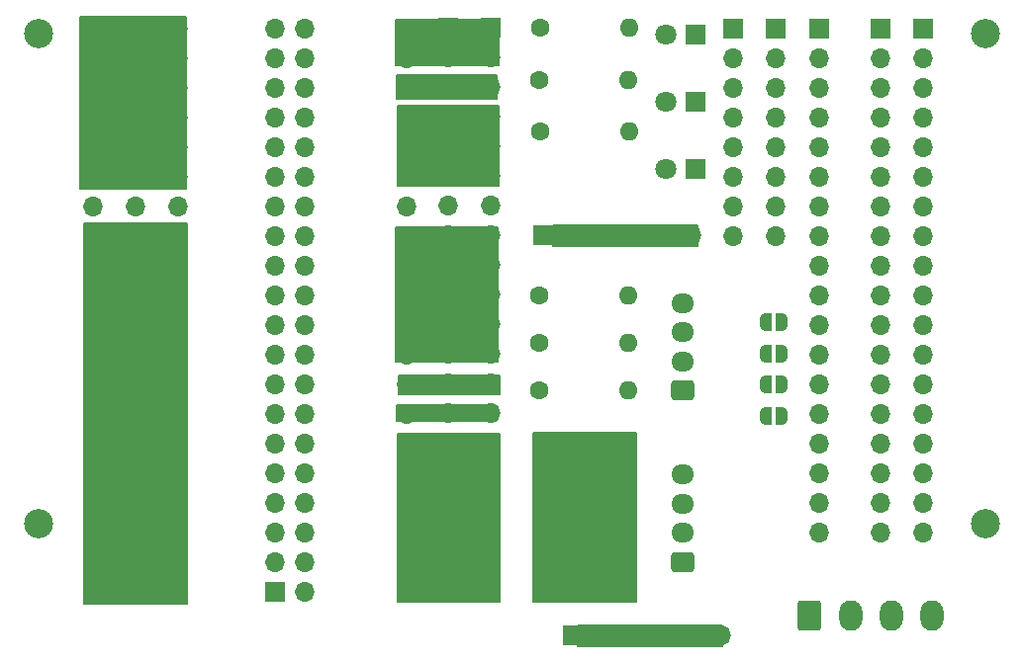
<source format=gts>
%TF.GenerationSoftware,KiCad,Pcbnew,7.0.5-0*%
%TF.CreationDate,2023-10-05T01:26:47-07:00*%
%TF.ProjectId,FONA_pi,464f4e41-5f70-4692-9e6b-696361645f70,rev?*%
%TF.SameCoordinates,Original*%
%TF.FileFunction,Soldermask,Top*%
%TF.FilePolarity,Negative*%
%FSLAX46Y46*%
G04 Gerber Fmt 4.6, Leading zero omitted, Abs format (unit mm)*
G04 Created by KiCad (PCBNEW 7.0.5-0) date 2023-10-05 01:26:47*
%MOMM*%
%LPD*%
G01*
G04 APERTURE LIST*
G04 Aperture macros list*
%AMRoundRect*
0 Rectangle with rounded corners*
0 $1 Rounding radius*
0 $2 $3 $4 $5 $6 $7 $8 $9 X,Y pos of 4 corners*
0 Add a 4 corners polygon primitive as box body*
4,1,4,$2,$3,$4,$5,$6,$7,$8,$9,$2,$3,0*
0 Add four circle primitives for the rounded corners*
1,1,$1+$1,$2,$3*
1,1,$1+$1,$4,$5*
1,1,$1+$1,$6,$7*
1,1,$1+$1,$8,$9*
0 Add four rect primitives between the rounded corners*
20,1,$1+$1,$2,$3,$4,$5,0*
20,1,$1+$1,$4,$5,$6,$7,0*
20,1,$1+$1,$6,$7,$8,$9,0*
20,1,$1+$1,$8,$9,$2,$3,0*%
%AMFreePoly0*
4,1,19,0.500000,-0.750000,0.000000,-0.750000,0.000000,-0.744911,-0.071157,-0.744911,-0.207708,-0.704816,-0.327430,-0.627875,-0.420627,-0.520320,-0.479746,-0.390866,-0.500000,-0.250000,-0.500000,0.250000,-0.479746,0.390866,-0.420627,0.520320,-0.327430,0.627875,-0.207708,0.704816,-0.071157,0.744911,0.000000,0.744911,0.000000,0.750000,0.500000,0.750000,0.500000,-0.750000,0.500000,-0.750000,
$1*%
%AMFreePoly1*
4,1,19,0.000000,0.744911,0.071157,0.744911,0.207708,0.704816,0.327430,0.627875,0.420627,0.520320,0.479746,0.390866,0.500000,0.250000,0.500000,-0.250000,0.479746,-0.390866,0.420627,-0.520320,0.327430,-0.627875,0.207708,-0.704816,0.071157,-0.744911,0.000000,-0.744911,0.000000,-0.750000,-0.500000,-0.750000,-0.500000,0.750000,0.000000,0.750000,0.000000,0.744911,0.000000,0.744911,
$1*%
G04 Aperture macros list end*
%ADD10C,0.150000*%
%ADD11R,1.700000X1.700000*%
%ADD12O,1.700000X1.700000*%
%ADD13C,1.600000*%
%ADD14O,1.600000X1.600000*%
%ADD15FreePoly0,180.000000*%
%ADD16FreePoly1,180.000000*%
%ADD17R,1.800000X1.800000*%
%ADD18C,1.800000*%
%ADD19RoundRect,0.250000X0.725000X-0.600000X0.725000X0.600000X-0.725000X0.600000X-0.725000X-0.600000X0*%
%ADD20O,1.950000X1.700000*%
%ADD21C,2.500000*%
%ADD22RoundRect,0.250000X-0.750000X-1.050000X0.750000X-1.050000X0.750000X1.050000X-0.750000X1.050000X0*%
%ADD23O,2.000000X2.600000*%
G04 APERTURE END LIST*
D10*
X84785200Y-59918600D02*
X93827600Y-59918600D01*
X93827600Y-74625200D01*
X84785200Y-74625200D01*
X84785200Y-59918600D01*
G36*
X84785200Y-59918600D02*
G01*
X93827600Y-59918600D01*
X93827600Y-74625200D01*
X84785200Y-74625200D01*
X84785200Y-59918600D01*
G37*
X111785400Y-77951000D02*
X120472200Y-77951000D01*
X120472200Y-89458800D01*
X111785400Y-89458800D01*
X111785400Y-77951000D01*
G36*
X111785400Y-77951000D02*
G01*
X120472200Y-77951000D01*
X120472200Y-89458800D01*
X111785400Y-89458800D01*
X111785400Y-77951000D01*
G37*
X111887000Y-95605600D02*
X120675400Y-95605600D01*
X120675400Y-110058200D01*
X111887000Y-110058200D01*
X111887000Y-95605600D01*
G36*
X111887000Y-95605600D02*
G01*
X120675400Y-95605600D01*
X120675400Y-110058200D01*
X111887000Y-110058200D01*
X111887000Y-95605600D01*
G37*
X111810800Y-93167200D02*
X120345200Y-93167200D01*
X120345200Y-94538800D01*
X111810800Y-94538800D01*
X111810800Y-93167200D01*
G36*
X111810800Y-93167200D02*
G01*
X120345200Y-93167200D01*
X120345200Y-94538800D01*
X111810800Y-94538800D01*
X111810800Y-93167200D01*
G37*
X127367800Y-112110000D02*
X139712200Y-112110000D01*
X139712200Y-113862600D01*
X127367800Y-113862600D01*
X127367800Y-112110000D01*
G36*
X127367800Y-112110000D02*
G01*
X139712200Y-112110000D01*
X139712200Y-113862600D01*
X127367800Y-113862600D01*
X127367800Y-112110000D01*
G37*
X111988600Y-90627200D02*
X120675400Y-90627200D01*
X120675400Y-92278200D01*
X111988600Y-92278200D01*
X111988600Y-90627200D01*
G36*
X111988600Y-90627200D02*
G01*
X120675400Y-90627200D01*
X120675400Y-92278200D01*
X111988600Y-92278200D01*
X111988600Y-90627200D01*
G37*
X123494800Y-95554800D02*
X132359400Y-95554800D01*
X132359400Y-110058200D01*
X123494800Y-110058200D01*
X123494800Y-95554800D01*
G36*
X123494800Y-95554800D02*
G01*
X132359400Y-95554800D01*
X132359400Y-110058200D01*
X123494800Y-110058200D01*
X123494800Y-95554800D01*
G37*
X111887000Y-67564000D02*
X120573800Y-67564000D01*
X120573800Y-74377400D01*
X111887000Y-74377400D01*
X111887000Y-67564000D01*
G36*
X111887000Y-67564000D02*
G01*
X120573800Y-67564000D01*
X120573800Y-74377400D01*
X111887000Y-74377400D01*
X111887000Y-67564000D01*
G37*
X111836200Y-64947800D02*
X120370600Y-64947800D01*
X120370600Y-66954400D01*
X111836200Y-66954400D01*
X111836200Y-64947800D01*
G36*
X111836200Y-64947800D02*
G01*
X120370600Y-64947800D01*
X120370600Y-66954400D01*
X111836200Y-66954400D01*
X111836200Y-64947800D01*
G37*
X111785400Y-60147200D02*
X120523000Y-60147200D01*
X120523000Y-64058800D01*
X111785400Y-64058800D01*
X111785400Y-60147200D01*
G36*
X111785400Y-60147200D02*
G01*
X120523000Y-60147200D01*
X120523000Y-64058800D01*
X111785400Y-64058800D01*
X111785400Y-60147200D01*
G37*
X125217800Y-77800000D02*
X137562200Y-77800000D01*
X137562200Y-79552600D01*
X125217800Y-79552600D01*
X125217800Y-77800000D01*
G36*
X125217800Y-77800000D02*
G01*
X137562200Y-77800000D01*
X137562200Y-79552600D01*
X125217800Y-79552600D01*
X125217800Y-77800000D01*
G37*
X85115400Y-77571600D02*
X93853000Y-77571600D01*
X93853000Y-110210600D01*
X85115400Y-110210600D01*
X85115400Y-77571600D01*
G36*
X85115400Y-77571600D02*
G01*
X93853000Y-77571600D01*
X93853000Y-110210600D01*
X85115400Y-110210600D01*
X85115400Y-77571600D01*
G37*
D11*
%TO.C,J5*%
X147955000Y-60960000D03*
D12*
X147955000Y-63500000D03*
X147955000Y-66040000D03*
X147955000Y-68580000D03*
X147955000Y-71120000D03*
X147955000Y-73660000D03*
X147955000Y-76200000D03*
X147955000Y-78740000D03*
X147955000Y-81280000D03*
X147955000Y-83820000D03*
X147955000Y-86360000D03*
X147955000Y-88900000D03*
X147955000Y-91440000D03*
X147955000Y-93980000D03*
X147955000Y-96520000D03*
X147955000Y-99060000D03*
X147955000Y-101600000D03*
X147955000Y-104140000D03*
%TD*%
D13*
%TO.C,R1*%
X124104400Y-69773800D03*
D14*
X131724400Y-69773800D03*
%TD*%
D11*
%TO.C,J13*%
X124383800Y-96418400D03*
D12*
X124383800Y-98958400D03*
X124383800Y-101498400D03*
X124383800Y-104038400D03*
X124383800Y-106578400D03*
X124383800Y-109118400D03*
%TD*%
D15*
%TO.C,JP2*%
X144759200Y-88764533D03*
D16*
X143459200Y-88764533D03*
%TD*%
D11*
%TO.C,J6*%
X153240000Y-60960000D03*
D12*
X153240000Y-63500000D03*
X153240000Y-66040000D03*
X153240000Y-68580000D03*
X153240000Y-71120000D03*
X153240000Y-73660000D03*
X153240000Y-76200000D03*
X153240000Y-78740000D03*
X153240000Y-81280000D03*
X153240000Y-83820000D03*
X153240000Y-86360000D03*
X153240000Y-88900000D03*
X153240000Y-91440000D03*
X153240000Y-93980000D03*
X153240000Y-96520000D03*
X153240000Y-99060000D03*
X153240000Y-101600000D03*
X153240000Y-104140000D03*
%TD*%
D13*
%TO.C,R6*%
X124053600Y-91922600D03*
D14*
X131673600Y-91922600D03*
%TD*%
D17*
%TO.C,D3*%
X137439400Y-72948800D03*
D18*
X134899400Y-72948800D03*
%TD*%
D15*
%TO.C,G5*%
X144759200Y-86106000D03*
D16*
X143459200Y-86106000D03*
%TD*%
D13*
%TO.C,R3*%
X124104400Y-60883800D03*
D14*
X131724400Y-60883800D03*
%TD*%
D19*
%TO.C,J9*%
X136347200Y-106629200D03*
D20*
X136347200Y-104129200D03*
X136347200Y-101629200D03*
X136347200Y-99129200D03*
%TD*%
D13*
%TO.C,R2*%
X124000000Y-65328800D03*
D14*
X131620000Y-65328800D03*
%TD*%
D13*
%TO.C,R4*%
X124053600Y-83822600D03*
D14*
X131673600Y-83822600D03*
%TD*%
D21*
%TO.C,H3*%
X162230000Y-103380000D03*
%TD*%
D11*
%TO.C,J20*%
X144310000Y-60960000D03*
D12*
X144310000Y-63500000D03*
X144310000Y-66040000D03*
X144310000Y-68580000D03*
X144310000Y-71120000D03*
X144310000Y-73660000D03*
X144310000Y-76200000D03*
X144310000Y-78740000D03*
%TD*%
D11*
%TO.C,J19*%
X140670000Y-60960000D03*
D12*
X140670000Y-63500000D03*
X140670000Y-66040000D03*
X140670000Y-68580000D03*
X140670000Y-71120000D03*
X140670000Y-73660000D03*
X140670000Y-76200000D03*
X140670000Y-78740000D03*
%TD*%
D15*
%TO.C,JP4*%
X144759200Y-94081600D03*
D16*
X143459200Y-94081600D03*
%TD*%
D11*
%TO.C,J15*%
X131523800Y-96418400D03*
D12*
X131523800Y-98958400D03*
X131523800Y-101498400D03*
X131523800Y-104038400D03*
X131523800Y-106578400D03*
X131523800Y-109118400D03*
%TD*%
D13*
%TO.C,R5*%
X124053600Y-87872600D03*
D14*
X131673600Y-87872600D03*
%TD*%
D11*
%TO.C,J2*%
X101447600Y-109169200D03*
D12*
X103987600Y-109169200D03*
X101447600Y-106629200D03*
X103987600Y-106629200D03*
X101447600Y-104089200D03*
X103987600Y-104089200D03*
X101447600Y-101549200D03*
X103987600Y-101549200D03*
X101447600Y-99009200D03*
X103987600Y-99009200D03*
X101447600Y-96469200D03*
X103987600Y-96469200D03*
X101447600Y-93929200D03*
X103987600Y-93929200D03*
X101447600Y-91389200D03*
X103987600Y-91389200D03*
X101447600Y-88849200D03*
X103987600Y-88849200D03*
X101447600Y-86309200D03*
X103987600Y-86309200D03*
X101447600Y-83769200D03*
X103987600Y-83769200D03*
X101447600Y-81229200D03*
X103987600Y-81229200D03*
X101447600Y-78689200D03*
X103987600Y-78689200D03*
X101447600Y-76149200D03*
X103987600Y-76149200D03*
X101447600Y-73609200D03*
X103987600Y-73609200D03*
X101447600Y-71069200D03*
X103987600Y-71069200D03*
X101447600Y-68529200D03*
X103987600Y-68529200D03*
X101447600Y-65989200D03*
X103987600Y-65989200D03*
X101447600Y-63449200D03*
X103987600Y-63449200D03*
X101447600Y-60909200D03*
X103987600Y-60909200D03*
%TD*%
D17*
%TO.C,D2*%
X137444400Y-67233800D03*
D18*
X134904400Y-67233800D03*
%TD*%
D11*
%TO.C,J4*%
X119862600Y-60883800D03*
D12*
X119862600Y-63423800D03*
X119862600Y-65963800D03*
X119862600Y-68503800D03*
X119862600Y-71043800D03*
X119862600Y-73583800D03*
X119862600Y-76123800D03*
X119862600Y-78663800D03*
X119862600Y-81203800D03*
X119862600Y-83743800D03*
X119862600Y-86283800D03*
X119862600Y-88823800D03*
X119862600Y-91363800D03*
X119862600Y-93903800D03*
X119862600Y-96443800D03*
X119862600Y-98983800D03*
X119862600Y-101523800D03*
X119862600Y-104063800D03*
X119862600Y-106603800D03*
X119862600Y-109143800D03*
%TD*%
D21*
%TO.C,H4*%
X162230000Y-61380000D03*
%TD*%
D11*
%TO.C,J17*%
X126898400Y-112928400D03*
D12*
X129438400Y-112928400D03*
X131978400Y-112928400D03*
X134518400Y-112928400D03*
X137058400Y-112928400D03*
X139598400Y-112928400D03*
%TD*%
D11*
%TO.C,J11*%
X89486800Y-109160000D03*
D12*
X89486800Y-106620000D03*
X89486800Y-104080000D03*
X89486800Y-101540000D03*
X89486800Y-99000000D03*
X89486800Y-96460000D03*
X89486800Y-93920000D03*
X89486800Y-91380000D03*
X89486800Y-88840000D03*
X89486800Y-86300000D03*
X89486800Y-83760000D03*
X89486800Y-81220000D03*
X89486800Y-78680000D03*
X89486800Y-76140000D03*
X89486800Y-73600000D03*
X89486800Y-71060000D03*
X89486800Y-68520000D03*
X89486800Y-65980000D03*
X89486800Y-63440000D03*
X89486800Y-60900000D03*
%TD*%
D11*
%TO.C,J12*%
X85877400Y-109160000D03*
D12*
X85877400Y-106620000D03*
X85877400Y-104080000D03*
X85877400Y-101540000D03*
X85877400Y-99000000D03*
X85877400Y-96460000D03*
X85877400Y-93920000D03*
X85877400Y-91380000D03*
X85877400Y-88840000D03*
X85877400Y-86300000D03*
X85877400Y-83760000D03*
X85877400Y-81220000D03*
X85877400Y-78680000D03*
X85877400Y-76140000D03*
X85877400Y-73600000D03*
X85877400Y-71060000D03*
X85877400Y-68520000D03*
X85877400Y-65980000D03*
X85877400Y-63440000D03*
X85877400Y-60900000D03*
%TD*%
D11*
%TO.C,J1*%
X93091000Y-109169200D03*
D12*
X93091000Y-106629200D03*
X93091000Y-104089200D03*
X93091000Y-101549200D03*
X93091000Y-99009200D03*
X93091000Y-96469200D03*
X93091000Y-93929200D03*
X93091000Y-91389200D03*
X93091000Y-88849200D03*
X93091000Y-86309200D03*
X93091000Y-83769200D03*
X93091000Y-81229200D03*
X93091000Y-78689200D03*
X93091000Y-76149200D03*
X93091000Y-73609200D03*
X93091000Y-71069200D03*
X93091000Y-68529200D03*
X93091000Y-65989200D03*
X93091000Y-63449200D03*
X93091000Y-60909200D03*
%TD*%
D11*
%TO.C,J8*%
X156870400Y-60960000D03*
D12*
X156870400Y-63500000D03*
X156870400Y-66040000D03*
X156870400Y-68580000D03*
X156870400Y-71120000D03*
X156870400Y-73660000D03*
X156870400Y-76200000D03*
X156870400Y-78740000D03*
X156870400Y-81280000D03*
X156870400Y-83820000D03*
X156870400Y-86360000D03*
X156870400Y-88900000D03*
X156870400Y-91440000D03*
X156870400Y-93980000D03*
X156870400Y-96520000D03*
X156870400Y-99060000D03*
X156870400Y-101600000D03*
X156870400Y-104140000D03*
%TD*%
D15*
%TO.C,JP3*%
X144759200Y-91423066D03*
D16*
X143459200Y-91423066D03*
%TD*%
D19*
%TO.C,J10*%
X136347200Y-91929600D03*
D20*
X136347200Y-89429600D03*
X136347200Y-86929600D03*
X136347200Y-84429600D03*
%TD*%
D11*
%TO.C,J16*%
X124400000Y-78670000D03*
D12*
X126940000Y-78670000D03*
X129480000Y-78670000D03*
X132020000Y-78670000D03*
X134560000Y-78670000D03*
X137100000Y-78670000D03*
%TD*%
D11*
%TO.C,J3*%
X112660000Y-60940000D03*
D12*
X112660000Y-63480000D03*
X112660000Y-66020000D03*
X112660000Y-68560000D03*
X112660000Y-71100000D03*
X112660000Y-73640000D03*
X112660000Y-76180000D03*
X112660000Y-78720000D03*
X112660000Y-81260000D03*
X112660000Y-83800000D03*
X112660000Y-86340000D03*
X112660000Y-88880000D03*
X112660000Y-91420000D03*
X112660000Y-93960000D03*
X112660000Y-96500000D03*
X112660000Y-99040000D03*
X112660000Y-101580000D03*
X112660000Y-104120000D03*
X112660000Y-106660000D03*
X112660000Y-109200000D03*
%TD*%
D21*
%TO.C,H1*%
X81230000Y-61380000D03*
%TD*%
D11*
%TO.C,J7*%
X116230400Y-60883800D03*
D12*
X116230400Y-63423800D03*
X116230400Y-65963800D03*
X116230400Y-68503800D03*
X116230400Y-71043800D03*
X116230400Y-73583800D03*
X116230400Y-76123800D03*
X116230400Y-78663800D03*
X116230400Y-81203800D03*
X116230400Y-83743800D03*
X116230400Y-86283800D03*
X116230400Y-88823800D03*
X116230400Y-91363800D03*
X116230400Y-93903800D03*
X116230400Y-96443800D03*
X116230400Y-98983800D03*
X116230400Y-101523800D03*
X116230400Y-104063800D03*
X116230400Y-106603800D03*
X116230400Y-109143800D03*
%TD*%
D17*
%TO.C,D1*%
X137414000Y-61468000D03*
D18*
X134874000Y-61468000D03*
%TD*%
D11*
%TO.C,J14*%
X127967800Y-96418400D03*
D12*
X127967800Y-98958400D03*
X127967800Y-101498400D03*
X127967800Y-104038400D03*
X127967800Y-106578400D03*
X127967800Y-109118400D03*
%TD*%
D21*
%TO.C,H2*%
X81230000Y-103380000D03*
%TD*%
D22*
%TO.C,J18*%
X147167600Y-111201200D03*
D23*
X150667600Y-111201200D03*
X154167600Y-111201200D03*
X157667600Y-111201200D03*
%TD*%
M02*

</source>
